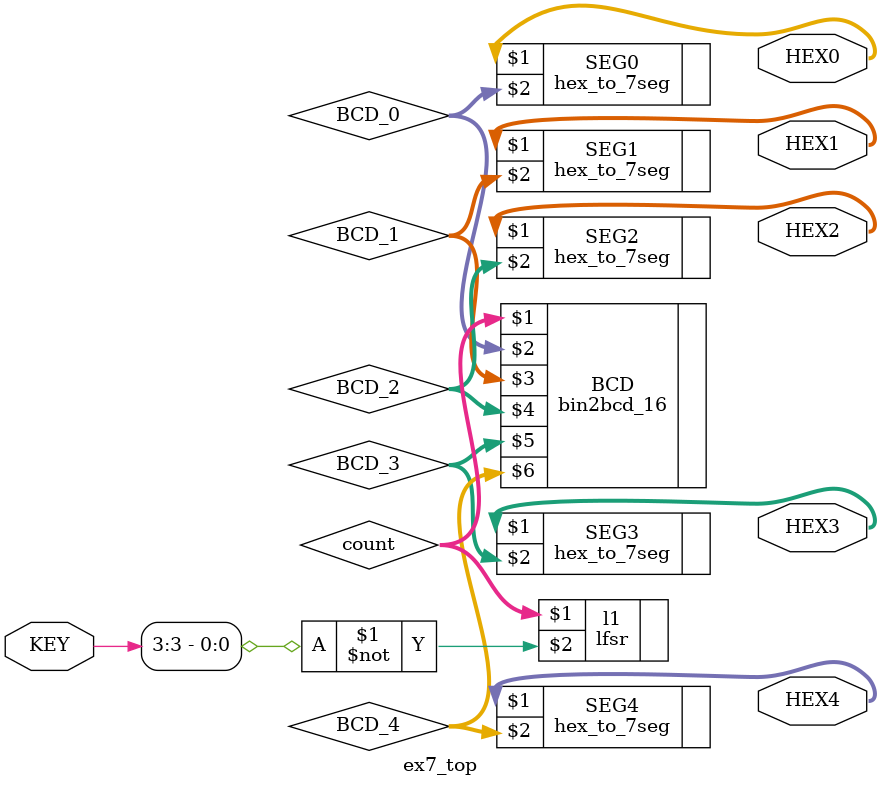
<source format=v>
module ex7_top (
	KEY,
	HEX0,
	HEX1, 
	HEX2,
	HEX3, 
	HEX4
);	
	input		[3:0] KEY;
	output	[6:0] HEX0;
	output	[6:0] HEX1;
	output	[6:0] HEX2;
	output	[6:0] HEX3;
	output	[6:0] HEX4;
	
	wire[15:0] count;
	wire [3:0] BCD_0, BCD_1, BCD_2, BCD_3, BCD_4;
	
	lfsr l1 (count, ~KEY[3]);

	bin2bcd_16 BCD (count[15:0], BCD_0, BCD_1, BCD_2, BCD_3, BCD_4);
	
	hex_to_7seg	SEG0 (HEX0, BCD_0);
	hex_to_7seg	SEG1 (HEX1, BCD_1);
	hex_to_7seg	SEG2 (HEX2, BCD_2);
	hex_to_7seg	SEG3 (HEX3, BCD_3);
	hex_to_7seg	SEG4 (HEX4, BCD_4);
	
	
endmodule
</source>
